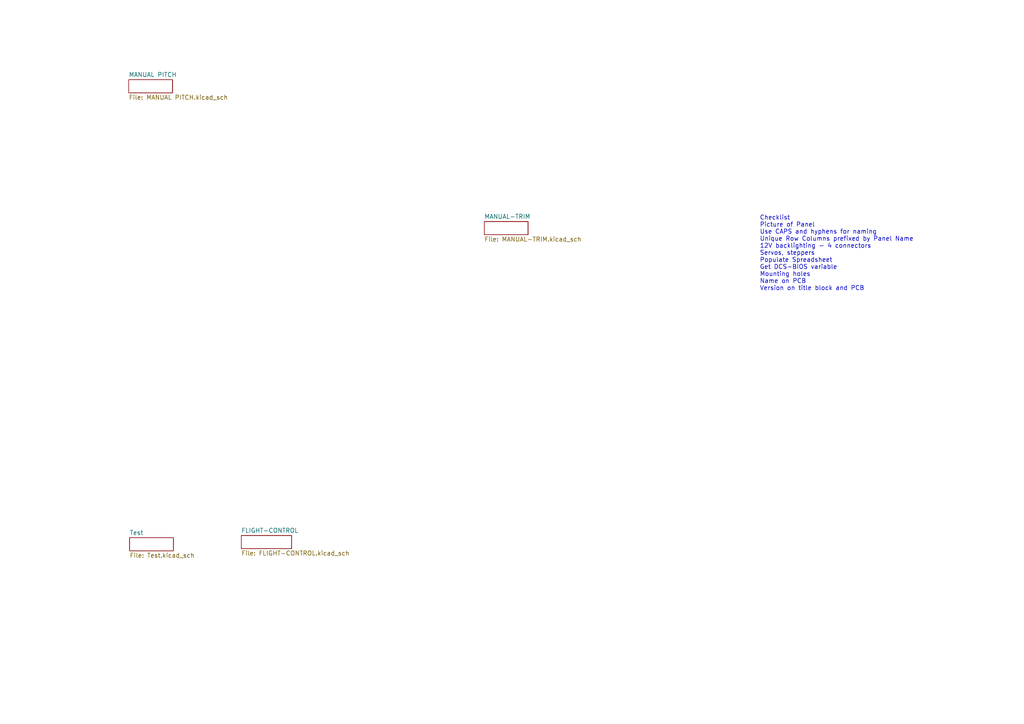
<source format=kicad_sch>
(kicad_sch (version 20211123) (generator eeschema)
  (paper "A4")
  (title_block (title "F16-LHS-REAR") (date "2023-09-17"))
  (lib_symbols)
  (text "Checklist\nPicture of Panel \nUse CAPS and hyphens for naming\nUnique Row Columns prefixed by Panel Name\n12V backlighting - 4 connectors\nServos, steppers\nPopulate Spreadsheet\nGet DCS-BIOS variable\nMounting holes\nName on PCB\nVersion on title block and PCB\n" (at 220.345 84.455 0) (effects (font (size 1.27 1.27)) (justify left bottom)))
  (sheet (at 37.592 155.956) (size 12.7 3.81) (stroke (width 0.1524))
    (property "Sheet name" "Test" (at 37.592 155.2444 0) (effects (justify left bottom)))
    (property "Sheet file" "Test.kicad_sch" (at 37.592 160.3506 0) (effects (justify left top)))
  )
  (sheet (at 140.462 64.262) (size 12.7 3.81) (stroke (width 0.1524))
    (property "Sheet name" "MANUAL-TRIM" (at 140.462 63.5504 0) (effects (justify left bottom)))
    (property "Sheet file" "MANUAL-TRIM.kicad_sch" (at 140.462 68.6566 0) (effects (justify left top)))
  )
  (sheet (at 69.977 155.321) (size 14.605 3.81) (stroke (width 0.1524))
    (property "Sheet name" "FLIGHT-CONTROL" (at 69.977 154.6094 0) (effects (justify left bottom)))
    (property "Sheet file" "FLIGHT-CONTROL.kicad_sch" (at 69.977 159.7156 0) (effects (justify left top)))
  )
  (sheet (at 37.338 23.114) (size 12.7 3.81) (stroke (width 0.1524))
    (property "Sheet name" "MANUAL PITCH" (at 37.338 22.4024 0) (effects (justify left bottom)))
    (property "Sheet file" "MANUAL PITCH.kicad_sch" (at 37.338 27.5086 0) (effects (justify left top)))
  )
)
</source>
